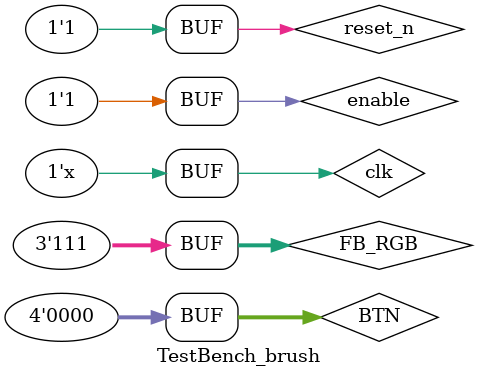
<source format=v>

`timescale 1ns/1ns;
module TestBench_brush();
parameter SLOWNESS = 8,//number of position of counter clock divider
		  RESOLUTION_H =640,
	 	  RESOLUTION_V =480,
		HPOS_WIDTH=0, //coordinate wires width
		VPOS_WIDTH=0,
		V_TOP =   10,
	 	V_SYNC =   2,
	 	V_BOTTOM =33,
	 	H_FRONT = 16,
	 	H_SYNC =  96,
	 	H_BACK =  48,
		BRUSH_SIZE=10,
		BRUSH_COLOR=3'b101;

localparam X_WIRE_WIDTH = $clog2 (RESOLUTION_H+H_FRONT+H_SYNC+H_BACK),
		   Y_WIRE_WIDTH = $clog2 (RESOLUTION_V+V_BOTTOM+V_SYNC+V_TOP),
		   TESTSQUARE_LEFTSIDE=0,
		   TESTSQUARE_RIGHTSIDE=20,
		   TESTSQUARE_TOPSIDE=0,
		   TESTSQUARE_DOWNSIDE=30;

reg clk,reset_n,enable;
reg [3:0] BTN; // [2:0]key_sw;
reg [X_WIRE_WIDTH - 1:0]hpos;
reg [Y_WIRE_WIDTH - 1:0]vpos;
reg [2:0]FB_RGB;

brush
	 #(
	 .SLOWNESS		( SLOWNESS	   ),
	 .RESOLUTION_H  ( RESOLUTION_H ),
	 .RESOLUTION_V  ( RESOLUTION_V ),
	 .HPOS_WIDTH	( X_WIRE_WIDTH ),
	 .VPOS_WIDTH 	( Y_WIRE_WIDTH ),
	 .BRUSH_SIZE	( BRUSH_SIZE   ),
	 .BRUSH_COLOR	( BRUSH_COLOR  ),
	 .INIT_XPOS		( 'd10   	   ),
	 .INIT_YPOS		( 'd12	       )
	 )
	 Painting_Brush
	 (
			.clk	  ( clk			),
			.reset	  ( ~reset_n 	),
			.BTN	  ( BTN			), // [2:0]movedirection=[2:0]key_sw
			.enable	  ( enable		),
			.hpos	  ( hpos	    ),
			.vpos	  ( vpos		),
			.FB_RGB	  ( FB_RGB		)
	 );
always #5 clk=~clk;

initial begin
clk=0;
reset_n=0;
BTN=0;
enable=0;
hpos=TESTSQUARE_LEFTSIDE;
vpos=TESTSQUARE_TOPSIDE;
FB_RGB=0;
#10
reset_n=1;
#10
enable=1;
FB_RGB='b111;
end

always@ (posedge clk) begin
if(enable) begin 
if(hpos!=TESTSQUARE_RIGHTSIDE) hpos=hpos+1;
else hpos=TESTSQUARE_LEFTSIDE;
end
end

always@ (posedge clk) begin
if(hpos == TESTSQUARE_RIGHTSIDE) begin
if(vpos!=TESTSQUARE_DOWNSIDE) vpos=vpos+1;
else vpos=TESTSQUARE_TOPSIDE;
end
end

endmodule 
</source>
